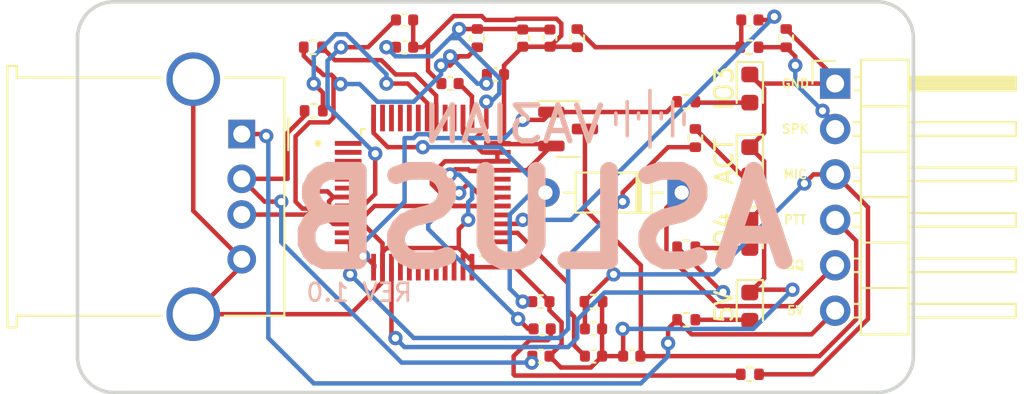
<source format=kicad_pcb>
(kicad_pcb (version 20211014) (generator pcbnew)
  (layers (0 "F.Cu" signal) (31 "B.Cu" signal) (34 "B.Paste" user) (35 "F.Paste" user) (36 "B.SilkS" user "B.Silkscreen") (37 "F.SilkS" user "F.Silkscreen") (38 "B.Mask" user) (39 "F.Mask" user) (44 "Edge.Cuts" user))
  (net 0 "")
  (net 1 "Net-(C1-Pad1)")
  (net 2 "GND")
  (net 3 "Net-(C2-Pad1)")
  (net 4 "DREG33")
  (net 5 "Net-(C6-Pad1)")
  (net 6 "VOLDN")
  (net 7 "Net-(C7-Pad1)")
  (net 8 "Net-(C6-Pad2)")
  (net 9 "Net-(C9-Pad1)")
  (net 10 "MICIN")
  (net 11 "Net-(C9-Pad2)")
  (net 12 "DREG18")
  (net 13 "MIC_PTT")
  (net 14 "SQUELCH")
  (net 15 "Net-(D2-Pad2)")
  (net 16 "Net-(D3-Pad2)")
  (net 17 "Net-(D4-Pad2)")
  (net 18 "Net-(D5-Pad2)")
  (net 19 "USB_5V")
  (net 20 "SPEAKER")
  (net 21 "Net-(Q1-Pad1)")
  (net 22 "Net-(R2-Pad2)")
  (net 23 "Net-(R3-Pad2)")
  (net 24 "Net-(R4-Pad1)")
  (net 25 "DREG36")
  (net 46 "Net-(R8-Pad1)")
  (footprint "Resistor_SMD:R_0402_1005Metric" (layer "F.Cu") (at 154.94 82.296 90)
    (fp_text reference "R4" hide)
    (fp_text value "390" hide)
  )
  (footprint "SnapEDA Library:QFP50P900X900X160-48N" (layer "F.Cu") (at 139.7 85.344)
    (fp_text reference "U1" hide)
    (fp_text value "CM119B")
  )
  (footprint "Resistor_SMD:R_0402_1005Metric" (layer "F.Cu") (at 154.43 92.456)
    (fp_text reference "R9" hide)
    (fp_text value "390" hide)
  )
  (footprint "Capacitor_SMD:C_0402_1005Metric" (layer "F.Cu") (at 133.604 85.758 90)
    (fp_text reference "C1" hide)
    (fp_text value "100pF" hide)
  )
  (footprint "LED_SMD:LED_0603_1608Metric" (layer "F.Cu") (at 157.986 83.5915 -90)
    (fp_text reference "D2" hide)
    (fp_text value "ACT")
  )
  (footprint "Resistor_SMD:R_0402_1005Metric" (layer "F.Cu") (at 157.96419 77.216)
    (fp_text reference "R11" hide)
    (fp_text value "10k" hide)
  )
  (footprint "Capacitor_SMD:C_0402_1005Metric" (layer "F.Cu") (at 149.24581 94.488)
    (fp_text reference "C7" hide)
    (fp_text value "4.7uF" hide)
  )
  (footprint "Resistor_SMD:R_0402_1005Metric" (layer "F.Cu") (at 149.24581 91.44)
    (fp_text reference "R6" hide)
    (fp_text value "1.5k" hide)
  )
  (footprint "Capacitor_SMD:C_0402_1005Metric" (layer "F.Cu") (at 151.384 94.488 180)
    (fp_text reference "C10" hide)
    (fp_text value "1000pF" hide)
  )
  (footprint "Capacitor_SMD:C_0402_1005Metric" (layer "F.Cu") (at 146.812 76.708 90)
    (fp_text reference "C4" hide)
    (fp_text value "4.78uF" hide)
  )
  (footprint "Capacitor_SMD:C_0402_1005Metric" (layer "F.Cu") (at 146.304 94.488)
    (fp_text reference "C2" hide)
    (fp_text value "100pF" hide)
  )
  (footprint "Connector_USB:USB_A_Molex_67643_Horizontal" (layer "F.Cu") (at 129.578208 82.072 -90)
    (fp_text reference "J1" hide)
    (fp_text value "USB_A" hide)
  )
  (footprint "Capacitor_SMD:C_0402_1005Metric" (layer "F.Cu") (at 146.37581 92.964)
    (fp_text reference "C6" hide)
    (fp_text value "10uF" hide)
  )
  (footprint "Capacitor_SMD:C_0402_1005Metric" (layer "F.Cu") (at 157.988 75.692)
    (fp_text reference "C9" hide)
    (fp_text value "10uF" hide)
  )
  (footprint "Capacitor_SMD:C_0402_1005Metric" (layer "F.Cu") (at 149.24581 92.964)
    (fp_text reference "C8" hide)
    (fp_text value "1000pF" hide)
  )
  (footprint "Package_TO_SOT_SMD:SOT-23" (layer "F.Cu") (at 147.828 81.788)
    (fp_text reference "Q1" hide)
    (fp_text value "2N7002" hide)
  )
  (footprint "Capacitor_SMD:C_0402_1005Metric" (layer "F.Cu") (at 143.764 78.74)
    (fp_text reference "C1" hide)
    (fp_text value "4.7uF" hide)
  )
  (footprint "Capacitor_SMD:C_0402_1005Metric" (layer "F.Cu") (at 141.224 79.248 180)
    (fp_text reference "C13" hide)
    (fp_text value "4.7uF" hide)
  )
  (footprint "LED_SMD:LED_0603_1608Metric" (layer "F.Cu") (at 157.986 91.7195 -90)
    (fp_text reference "D5" hide)
    (fp_text value "5V")
  )
  (footprint "Resistor_SMD:R_0402_1005Metric" (layer "F.Cu") (at 160.02 76.708 90)
    (fp_text reference "R12" hide)
    (fp_text value "1000pF" hide)
  )
  (footprint "Connector_PinHeader_2.54mm:PinHeader_1x06_P2.54mm_Horizontal" (layer "F.Cu") (at 162.757 79.248)
    (fp_text reference "J2" hide)
    (fp_text value "Conn_01x06_Male" hide)
  )
  (footprint "Resistor_SMD:R_0402_1005Metric" (layer "F.Cu") (at 154.43 80.264)
    (fp_text reference "R7" hide)
    (fp_text value "390" hide)
  )
  (footprint "Resistor_SMD:R_0402_1005Metric" (layer "F.Cu") (at 148.336 76.71 -90)
    (fp_text reference "R10" hide)
    (fp_text value "OPEN" hide)
  )
  (footprint "Capacitor_SMD:C_0402_1005Metric" (layer "F.Cu") (at 145.288 76.708 90)
    (fp_text reference "C3" hide)
    (fp_text value "0.1uF" hide)
  )
  (footprint "Capacitor_SMD:C_0402_1005Metric" (layer "F.Cu") (at 138.684 77.216)
    (fp_text reference "C12" hide)
    (fp_text value "4.7uF" hide)
  )
  (footprint "Resistor_SMD:R_0402_1005Metric" (layer "F.Cu") (at 157.988 95.504)
    (fp_text reference "R5" hide)
    (fp_text value "10k" hide)
  )
  (footprint "Capacitor_SMD:C_0402_1005Metric" (layer "F.Cu") (at 146.304 91.44)
    (fp_text reference "C5" hide)
    (fp_text value "100nF" hide)
  )
  (footprint "LED_SMD:LED_0603_1608Metric" (layer "F.Cu") (at 157.986 87.6555 -90)
    (fp_text reference "D4" hide)
    (fp_text value "IO4")
  )
  (footprint "Capacitor_SMD:C_0402_1005Metric" (layer "F.Cu") (at 138.684 75.692)
    (fp_text reference "C11" hide)
    (fp_text value "4.7uF" hide)
  )
  (footprint "Resistor_SMD:R_0402_1005Metric" (layer "F.Cu") (at 154.43 88.392)
    (fp_text reference "R8" hide)
    (fp_text value "390" hide)
  )
  (footprint "Diode_THT:D_DO-35_SOD27_P7.62mm_Horizontal" (layer "F.Cu") (at 154.178 85.344 180)
    (fp_text reference "D1" hide)
    (fp_text value "1N4148" hide)
  )
  (footprint "Resistor_SMD:R_0402_1005Metric" (layer "F.Cu") (at 133.55638 77.216)
    (fp_text reference "R2" hide)
    (fp_text value "22" hide)
  )
  (footprint "Resistor_SMD:R_0402_1005Metric" (layer "F.Cu") (at 142.748 76.708 90)
    (fp_text reference "R1" hide)
    (fp_text value "1.5k" hide)
  )
  (footprint "Resistor_SMD:R_0402_1005Metric" (layer "F.Cu") (at 133.604 80.772)
    (fp_text reference "R3" hide)
    (fp_text value "22" hide)
  )
  (footprint "LED_SMD:LED_0603_1608Metric" (layer "F.Cu") (at 157.986 79.5275 -90)
    (fp_text reference "D3" hide)
    (fp_text value "IO3")
  )
  (gr_line (start 153.67 82.169) (end 153.67 80.264) (layer "B.SilkS") (width 0.2))
  (gr_line (start 154.305 81.534) (end 154.305 80.899) (layer "B.SilkS") (width 0.2))
  (gr_line (start 153.035 81.2165) (end 153.035 80.899) (layer "B.SilkS") (width 0.2))
  (gr_line (start 151.765 81.2165) (end 151.765 80.899) (layer "B.SilkS") (width 0.2))
  (gr_line (start 152.4 82.804) (end 152.4 79.629) (layer "B.SilkS") (width 0.2))
  (gr_line (start 151.13 82.169) (end 151.13 80.264) (layer "B.SilkS") (width 0.2))
  (gr_line (start 150.495 81.534) (end 150.495 80.899) (layer "B.SilkS") (width 0.2))
  (gr_line (start 122.428 74.676) (end 165.1 74.676) (layer "Edge.Cuts") (width 0.2))
  (gr_arc (start 167.132 94.488) (mid 166.536841 95.924841) (end 165.1 96.52) (layer "Edge.Cuts") (width 0.2))
  (gr_line (start 120.396 94.488) (end 120.396 76.708) (layer "Edge.Cuts") (width 0.2))
  (gr_line (start 122.428 96.52) (end 165.1 96.52) (layer "Edge.Cuts") (width 0.2))
  (gr_line (start 120.396 78.74) (end 120.396 78.74) (layer "Edge.Cuts") (width 0.2))
  (gr_arc (start 122.428 96.52) (mid 120.991159 95.924841) (end 120.396 94.488) (layer "Edge.Cuts") (width 0.2))
  (gr_arc (start 120.396 76.708) (mid 120.991159 75.271159) (end 122.428 74.676) (layer "Edge.Cuts") (width 0.2))
  (gr_arc (start 165.1 74.676) (mid 166.536841 75.271159) (end 167.132 76.708) (layer "Edge.Cuts") (width 0.2))
  (gr_line (start 167.132 76.708) (end 167.132 94.488) (layer "Edge.Cuts") (width 0.2))
  (gr_text "REV 1.0" (at 136.144 90.932) (layer "B.SilkS") (effects (font (size 1 1)) (justify mirror)))
  (gr_text "ASLUSB" (at 146.304 86.868) (layer "B.SilkS") (effects (font (size 5 5) (thickness 1)) (justify mirror)))
  (gr_text "VA3IAN" (at 144.78 81.534) (layer "B.SilkS") (effects (font (size 2 2) (thickness 0.3)) (justify mirror)))
  (gr_text "PTT" (at 160.528 86.868) (layer "F.SilkS") (effects (font (size 0.5 0.5) (thickness 0.1))))
  (gr_text "SQ" (at 160.528 89.408) (layer "F.SilkS") (effects (font (size 0.5 0.5) (thickness 0.1))))
  (gr_text "GND" (at 160.528 79.248) (layer "F.SilkS") (effects (font (size 0.5 0.5) (thickness 0.1))))
  (gr_text "MIC" (at 160.528 84.328) (layer "F.SilkS") (effects (font (size 0.5 0.5) (thickness 0.1))))
  (gr_text "SPK" (at 160.528 81.788) (layer "F.SilkS") (effects (font (size 0.5 0.5) (thickness 0.1))))
  (gr_text "5V" (at 160.528 91.948) (layer "F.SilkS") (effects (font (size 0.5 0.5) (thickness 0.1))))
  (segment (start 133.04638 77.69919) (end 133.87019 78.523) (width 0.25) (layer "F.Cu") (net 1))
  (segment (start 133.611609 86.238) (end 133.604 86.238) (width 0.25) (layer "F.Cu") (net 1))
  (segment (start 143.284 79.22) (end 143.256 79.248) (width 0.25) (layer "F.Cu") (net 1))
  (segment (start 135.100891 79.270511) (end 134.59519 78.76481) (width 0.25) (layer "F.Cu") (net 1))
  (segment (start 134.59519 78.76481) (end 134.709 78.87862) (width 0.25) (layer "F.Cu") (net 1))
  (segment (start 134.439538 81.417) (end 133.369604 81.417) (width 0.25) (layer "F.Cu") (net 1))
  (segment (start 141.228299 77.728299) (end 142.237701 77.728299) (width 0.25) (layer "F.Cu") (net 1))
  (segment (start 133.04638 77.216) (end 133.04638 77.69919) (width 0.25) (layer "F.Cu") (net 1))
  (segment (start 133.87019 78.523) (end 133.904305 78.523) (width 0.25) (layer "F.Cu") (net 1))
  (segment (start 132.588 85.852) (end 132.974 86.238) (width 0.25) (layer "F.Cu") (net 1))
  (segment (start 134.146115 78.76481) (end 134.59519 78.76481) (width 0.25) (layer "F.Cu") (net 1))
  (segment (start 134.709 78.87862) (end 134.709 81.147538) (width 0.25) (layer "F.Cu") (net 1))
  (segment (start 143.284 78.74) (end 143.284 79.22) (width 0.25) (layer "F.Cu") (net 1))
  (segment (start 142.242 77.724) (end 142.748 77.218) (width 0.25) (layer "F.Cu") (net 1))
  (segment (start 132.974 86.238) (end 133.604 86.238) (width 0.25) (layer "F.Cu") (net 1))
  (segment (start 133.904305 78.523) (end 134.146115 78.76481) (width 0.25) (layer "F.Cu") (net 1))
  (segment (start 140.720299 78.236299) (end 141.219701 78.236299) (width 0.25) (layer "F.Cu") (net 1))
  (segment (start 141.219701 78.236299) (end 141.732 77.724) (width 0.25) (layer "F.Cu") (net 1))
  (segment (start 142.237701 77.728299) (end 142.748 77.218) (width 0.25) (layer "F.Cu") (net 1))
  (segment (start 133.27 86.572) (end 133.604 86.238) (width 0.25) (layer "F.Cu") (net 1))
  (segment (start 135.100891 79.275109) (end 135.100891 79.270511) (width 0.25) (layer "F.Cu") (net 1))
  (segment (start 133.369604 81.417) (end 132.588 82.198604) (width 0.25) (layer "F.Cu") (net 1))
  (segment (start 129.578208 86.572) (end 133.27 86.572) (width 0.25) (layer "F.Cu") (net 1))
  (segment (start 141.732 77.724) (end 142.242 77.724) (width 0.25) (layer "F.Cu") (net 1))
  (segment (start 134.709 81.147538) (end 134.439538 81.417) (width 0.25) (layer "F.Cu") (net 1))
  (segment (start 132.588 82.198604) (end 132.588 85.852) (width 0.25) (layer "F.Cu") (net 1))
  (via (at 135.100891 79.275109) (size 0.8) (drill 0.4) (layers "F.Cu" "B.Cu") (net 1))
  (via (at 143.256 79.248) (size 0.8) (drill 0.4) (layers "F.Cu" "B.Cu") (net 1))
  (via (at 141.228299 77.728299) (size 0.8) (drill 0.4) (layers "F.Cu" "B.Cu") (net 1))
  (via (at 140.720299 78.236299) (size 0.8) (drill 0.4) (layers "F.Cu" "B.Cu") (net 1))
  (segment (start 140.720299 78.236299) (end 140.720299 78.74) (width 0.25) (layer "B.Cu") (net 1))
  (segment (start 139.196299 80.264) (end 137.16 80.264) (width 0.25) (layer "B.Cu") (net 1))
  (segment (start 140.720299 78.74) (end 139.196299 80.264) (width 0.25) (layer "B.Cu") (net 1))
  (segment (start 137.16 80.264) (end 136.171109 79.275109) (width 0.25) (layer "B.Cu") (net 1))
  (segment (start 142.748 79.248) (end 141.228299 77.728299) (width 0.25) (layer "B.Cu") (net 1))
  (segment (start 136.171109 79.275109) (end 135.100891 79.275109) (width 0.25) (layer "B.Cu") (net 1))
  (segment (start 143.256 79.248) (end 142.748 79.248) (width 0.25) (layer "B.Cu") (net 1))
  (segment (start 126.868208 79.002) (end 126.868208 86.362) (width 0.25) (layer "F.Cu") (net 2))
  (segment (start 147.447 75.895391) (end 147.447 76.560609) (width 0.25) (layer "F.Cu") (net 2))
  (segment (start 149.098419 95.123) (end 149.72581 94.495609) (width 0.25) (layer "F.Cu") (net 2))
  (segment (start 129.578208 89.432) (end 129.578208 89.072) (width 0.25) (layer "F.Cu") (net 2))
  (segment (start 146.784 94.488) (end 147.419 95.123) (width 0.25) (layer "F.Cu") (net 2))
  (segment (start 144.244 82.324) (end 143.974 82.594) (width 0.25) (layer "F.Cu") (net 2))
  (segment (start 146.784 91.44) (end 146.784 91.924581) (width 0.25) (layer "F.Cu") (net 2))
  (segment (start 126.868208 92.142) (end 129.578208 89.432) (width 0.25) (layer "F.Cu") (net 2))
  (segment (start 140.706695 79.248) (end 139.995299 78.536604) (width 0.25) (layer "F.Cu") (net 2))
  (segment (start 158.786 82.004) (end 158.786 79.54) (width 0.25) (layer "F.Cu") (net 2))
  (segment (start 157.986 90.932) (end 158.786 90.132) (width 0.25) (layer "F.Cu") (net 2))
  (segment (start 139.995299 76.911396) (end 141.431695 75.475) (width 0.25) (layer "F.Cu") (net 2))
  (segment (start 134.46 85.829125) (end 134.695125 85.594) (width 0.25) (layer "F.Cu") (net 2))
  (segment (start 143.212538 75.692) (end 144.856391 75.692) (width 0.25) (layer "F.Cu") (net 2))
  (segment (start 141.95 89.514) (end 142.45 89.514) (width 0.25) (layer "F.Cu") (net 2))
  (segment (start 147.174609 75.623) (end 147.447 75.895391) (width 0.25) (layer "F.Cu") (net 2))
  (segment (start 149.72581 92.964) (end 149.72581 91.47) (width 0.25) (layer "F.Cu") (net 2))
  (segment (start 141.508 84.044) (end 142.24 84.044) (width 0.25) (layer "F.Cu") (net 2))
  (segment (start 141.431695 75.475) (end 142.995538 75.475) (width 0.25) (layer "F.Cu") (net 2))
  (segment (start 141.714875 87.393125) (end 142.24 86.868) (width 0.25) (layer "F.Cu") (net 2))
  (segment (start 150.904 94.488) (end 150.904 92.992) (width 0.25) (layer "F.Cu") (net 2))
  (segment (start 146.7865 82.634) (end 143.91 82.634) (width 0.25) (layer "F.Cu") (net 2))
  (segment (start 142.995538 75.475) (end 143.212538 75.692) (width 0.25) (layer "F.Cu") (net 2))
  (segment (start 137.45 88.179125) (end 136.364875 87.094) (width 0.25) (layer "F.Cu") (net 2))
  (segment (start 146.784 91.44) (end 146.784 91.432391) (width 0.25) (layer "F.Cu") (net 2))
  (segment (start 149.72581 91.47) (end 149.75581 91.44) (width 0.25) (layer "F.Cu") (net 2))
  (segment (start 158.786 79.54) (end 157.986 78.74) (width 0.25) (layer "F.Cu") (net 2))
  (segment (start 158.145799 90.772201) (end 157.986 90.932) (width 0.25) (layer "F.Cu") (net 2))
  (segment (start 137.685125 88.444) (end 137.45 88.679125) (width 0.25) (layer "F.Cu") (net 2))
  (segment (start 162.757 78.935) (end 160.02 76.198) (width 0.25) (layer "F.Cu") (net 2))
  (segment (start 146.784 91.924581) (end 147.46081 92.601391) (width 0.25) (layer "F.Cu") (net 2))
  (segment (start 126.868208 86.362) (end 129.578208 89.072) (width 0.25) (layer "F.Cu") (net 2))
  (segment (start 141.714875 88.444) (end 137.685125 88.444) (width 0.25) (layer "F.Cu") (net 2))
  (segment (start 160.368201 90.772201) (end 158.145799 90.772201) (width 0.25) (layer "F.Cu") (net 2))
  (segment (start 149.72581 94.495609) (end 149.72581 94.488) (width 0.25) (layer "F.Cu") (net 2))
  (segment (start 145.5345 84.094) (end 146.8905 82.738) (width 0.25) (layer "F.Cu") (net 2))
  (segment (start 144.865609 89.514) (end 142.45 89.514) (width 0.25) (layer "F.Cu") (net 2))
  (segment (start 136.364875 87.094) (end 135.53 87.094) (width 0.25) (layer "F.Cu") (net 2))
  (segment (start 162.757 79.248) (end 162.757 78.935) (width 0.25) (layer "F.Cu") (net 2))
  (segment (start 134.46 86.358875) (end 134.46 85.829125) (width 0.25) (layer "F.Cu") (net 2))
  (segment (start 147.447 76.560609) (end 146.819609 77.188) (width 0.25) (layer "F.Cu") (net 2))
  (segment (start 158.786 83.604) (end 158.786 86.068) (width 0.25) (layer "F.Cu") (net 2))
  (segment (start 144.925391 75.623) (end 147.174609 75.623) (width 0.25) (layer "F.Cu") (net 2))
  (segment (start 141.228299 84.332299) (end 141.228299 84.323701) (width 0.25) (layer "F.Cu") (net 2))
  (segment (start 140.744 79.248) (end 140.706695 79.248) (width 0.25) (layer "F.Cu") (net 2))
  (segment (start 146.784 91.432391) (end 144.865609 89.514) (width 0.25) (layer "F.Cu") (net 2))
  (segment (start 142.45 89.514) (end 142.45 89.179125) (width 0.25) (layer "F.Cu") (net 2))
  (segment (start 134.695125 87.094) (end 134.46 86.858875) (width 0.25) (layer "F.Cu") (net 2))
  (segment (start 144.244 78.74) (end 144.244 82.324) (width 0.25) (layer "F.Cu") (net 2))
  (segment (start 143.974 82.594) (end 143.87 82.594) (width 0.25) (layer "F.Cu") (net 2))
  (segment (start 134.4681 86.366975) (end 134.46 86.358875) (width 0.25) (layer "F.Cu") (net 2))
  (segment (start 137.45 89.514) (end 137.45 88.179125) (width 0.25) (layer "F.Cu") (net 2))
  (segment (start 158.786 90.132) (end 158.786 87.668) (width 0.25) (layer "F.Cu") (net 2))
  (segment (start 134.46 86.375075) (end 134.4681 86.366975) (width 0.25) (layer "F.Cu") (net 2))
  (segment (start 144.244 78.74) (end 144.244 78.232) (width 0.25) (layer "F.Cu") (net 2))
  (segment (start 143.87 84.094) (end 145.5345 84.094) (width 0.25) (layer "F.Cu") (net 2))
  (segment (start 147.46081 92.601391) (end 147.46081 93.81119) (width 0.25) (layer "F.Cu") (net 2))
  (segment (start 147.419 95.123) (end 149.098419 95.123) (width 0.25) (layer "F.Cu") (net 2))
  (segment (start 143.91 82.634) (end 143.87 82.594) (width 0.25) (layer "F.Cu") (net 2))
  (segment (start 150.904 92.992) (end 150.876 92.964) (width 0.25) (layer "F.Cu") (net 2))
  (segment (start 157.986 82.804) (end 158.786 83.604) (width 0.25) (layer "F.Cu") (net 2))
  (segment (start 158.786 87.668) (end 157.986 86.868) (width 0.25) (layer "F.Cu") (net 2))
  (segment (start 142.24 84.044) (end 142.33 84.134) (width 0.25) (layer "F.Cu") (net 2))
  (segment (start 146.819609 77.188) (end 145.288 77.188) (width 0.25) (layer "F.Cu") (net 2))
  (segment (start 139.690695 77.216) (end 139.995299 76.911396) (width 0.25) (layer "F.Cu") (net 2))
  (segment (start 142.45 89.179125) (end 141.714875 88.444) (width 0.25) (layer "F.Cu") (net 2))
  (segment (start 139.192 77.244) (end 139.164 77.216) (width 0.25) (layer "F.Cu") (net 2))
  (segment (start 162.757 79.248) (end 158.494 79.248) (width 0.25) (layer "F.Cu") (net 2))
  (segment (start 141.714875 88.444) (end 141.714875 87.393125) (width 0.25) (layer "F.Cu") (net 2))
  (segment (start 150.904 94.488) (end 149.72581 94.488) (width 0.25) (layer "F.Cu") (net 2))
  (segment (start 126.868208 92.142) (end 135.656875 92.142) (width 0.25) (layer "F.Cu") (net 2))
  (segment (start 149.72581 94.488) (end 149.72581 92.964) (width 0.25) (layer "F.Cu") (net 2))
  (segment (start 144.244 78.232) (end 145.288 77.188) (width 0.25) (layer "F.Cu") (net 2))
  (segment (start 142.33 84.134) (end 143.57 84.134) (width 0.25) (layer "F.Cu") (net 2))
  (segment (start 158.786 86.068) (end 157.986 86.868) (width 0.25) (layer "F.Cu") (net 2))
  (segment (start 135.53 87.094) (end 134.695125 87.094) (width 0.25) (layer "F.Cu") (net 2))
  (segment (start 145.288 77.188) (end 148.304 77.188) (width 0.25) (layer "F.Cu") (net 2))
  (segment (start 139.164 77.216) (end 139.690695 77.216) (width 0.25) (layer "F.Cu") (net 2))
  (segment (start 148.304 77.188) (end 148.336 77.22) (width 0.25) (layer "F.Cu") (net 2))
  (segment (start 147.46081 93.81119) (end 146.784 94.488) (width 0.25) (layer "F.Cu") (net 2))
  (segment (start 134.379125 85.278) (end 133.604 85.278) (width 0.25) (layer "F.Cu") (net 2))
  (segment (start 146.8905 82.738) (end 146.7865 82.634) (width 0.25) (layer "F.Cu") (net 2))
  (segment (start 134.695125 85.594) (end 134.379125 85.278) (width 0.25) (layer "F.Cu") (net 2))
  (segment (start 137.45 88.679125) (end 137.45 89.514) (width 0.25) (layer "F.Cu") (net 2))
  (segment (start 141.228299 84.323701) (end 141.508 84.044) (width 0.25) (layer "F.Cu") (net 2))
  (segment (start 134.695125 85.594) (end 135.53 85.594) (width 0.25) (layer "F.Cu") (net 2))
  (segment (start 144.856391 75.692) (end 144.925391 75.623) (width 0.25) (layer "F.Cu") (net 2))
  (segment (start 137.45 90.348875) (end 137.45 89.514) (width 0.25) (layer "F.Cu") (net 2))
  (segment (start 158.494 79.248) (end 157.986 78.74) (width 0.25) (layer "F.Cu") (net 2))
  (segment (start 139.995299 78.536604) (end 139.995299 76.911396) (width 0.25) (layer "F.Cu") (net 2))
  (segment (start 135.656875 92.142) (end 137.45 90.348875) (width 0.25) (layer "F.Cu") (net 2))
  (segment (start 134.46 86.858875) (end 134.46 86.375075) (width 0.25) (layer "F.Cu") (net 2))
  (segment (start 139.164 77.216) (end 139.164 75.692) (width 0.25) (layer "F.Cu") (net 2))
  (segment (start 157.986 82.804) (end 158.786 82.004) (width 0.25) (layer "F.Cu") (net 2))
  (via (at 150.876 92.964) (size 0.8) (drill 0.4) (layers "F.Cu" "B.Cu") (net 2))
  (via (at 141.228299 84.332299) (size 0.8) (drill 0.4) (layers "F.Cu" "B.Cu") (net 2))
  (via (at 142.24 86.868) (size 0.8) (drill 0.4) (layers "F.Cu" "B.Cu") (net 2))
  (via (at 160.368201 90.772201) (size 0.8) (drill 0.4) (layers "F.Cu" "B.Cu") (net 2))
  (segment (start 142.24 85.886805) (end 142.257403 85.869402) (width 0.25) (layer "B.Cu") (net 2))
  (segment (start 142.257403 85.869402) (end 142.457 85.669805) (width 0.25) (layer "B.Cu") (net 2))
  (segment (start 142.457 85.053) (end 142.24 84.836) (width 0.25) (layer "B.Cu") (net 2))
  (segment (start 142.24 84.836) (end 141.736299 84.332299) (width 0.25) (layer "B.Cu") (net 2))
  (segment (start 142.457 85.669805) (end 142.457 85.344) (width 0.25) (layer "B.Cu") (net 2))
  (segment (start 142.24 86.868) (end 142.24 85.886805) (width 0.25) (layer "B.Cu") (net 2))
  (segment (start 142.457 85.344) (end 142.457 85.053) (width 0.25) (layer "B.Cu") (net 2))
  (segment (start 158.176402 92.964) (end 160.368201 90.772201) (width 0.25) (layer "B.Cu") (net 2))
  (segment (start 141.736299 84.332299) (end 141.228299 84.332299) (width 0.25) (layer "B.Cu") (net 2))
  (segment (start 150.876 92.964) (end 158.176402 92.964) (width 0.25) (layer "B.Cu") (net 2))
  (segment (start 129.578208 84.572) (end 132.138 84.572) (width 0.25) (layer "F.Cu") (net 3))
  (segment (start 132.138 84.572) (end 132.138 82.012208) (width 0.25) (layer "F.Cu") (net 3))
  (segment (start 133.094 81.056208) (end 133.094 80.772) (width 0.25) (layer "F.Cu") (net 3))
  (segment (start 145.824 94.8205) (end 145.796 94.8485) (width 0.25) (layer "F.Cu") (net 3))
  (segment (start 145.824 94.488) (end 145.824 94.8205) (width 0.25) (layer "F.Cu") (net 3))
  (segment (start 132.138 82.012208) (end 133.094 81.056208) (width 0.25) (layer "F.Cu") (net 3))
  (segment (start 130.853708 85.8475) (end 129.578208 84.572) (width 0.25) (layer "F.Cu") (net 3))
  (segment (start 131.7885 85.8475) (end 130.853708 85.8475) (width 0.25) (layer "F.Cu") (net 3))
  (via (at 131.7885 85.8475) (size 0.8) (drill 0.4) (layers "F.Cu" "B.Cu") (net 3))
  (via (at 145.796 94.8485) (size 0.8) (drill 0.4) (layers "F.Cu" "B.Cu") (net 3))
  (segment (start 131.7885 88.118403) (end 131.7885 85.8475) (width 0.25) (layer "B.Cu") (net 3))
  (segment (start 138.518597 94.8485) (end 131.7885 88.118403) (width 0.25) (layer "B.Cu") (net 3))
  (segment (start 145.796 94.8485) (end 138.518597 94.8485) (width 0.25) (layer "B.Cu") (net 3))
  (segment (start 140.941293 83.594) (end 140.208 84.327293) (width 0.25) (layer "F.Cu") (net 4))
  (segment (start 137.001271 86.094) (end 136.501271 86.594) (width 0.25) (layer "F.Cu") (net 4))
  (segment (start 141.431195 86.094) (end 143.87 86.094) (width 0.25) (layer "F.Cu") (net 4))
  (segment (start 145.288 76.228) (end 146.812 76.228) (width 0.25) (layer "F.Cu") (net 4))
  (segment (start 142.661437 82.297438) (end 142.238562 82.297438) (width 0.25) (layer "F.Cu") (net 4))
  (segment (start 142.238562 82.297438) (end 143.035125 83.094) (width 0.25) (layer "F.Cu") (net 4))
  (segment (start 143.256 81.702875) (end 142.661437 82.297438) (width 0.25) (layer "F.Cu") (net 4))
  (segment (start 143.87 83.594) (end 140.941293 83.594) (width 0.25) (layer "F.Cu") (net 4))
  (segment (start 136.501271 86.594) (end 135.53 86.594) (width 0.25) (layer "F.Cu") (net 4))
  (segment (start 142.748 76.198) (end 145.258 76.198) (width 0.25) (layer "F.Cu") (net 4))
  (segment (start 141.95 81.174) (end 141.95 82.008875) (width 0.25) (layer "F.Cu") (net 4))
  (segment (start 143.87 83.094) (end 143.87 83.594) (width 0.25) (layer "F.Cu") (net 4))
  (segment (start 143.256 80.264) (end 143.256 81.702875) (width 0.25) (layer "F.Cu") (net 4))
  (segment (start 140.208 84.870805) (end 141.431195 86.094) (width 0.25) (layer "F.Cu") (net 4))
  (segment (start 145.258 76.198) (end 145.288 76.228) (width 0.25) (layer "F.Cu") (net 4))
  (segment (start 143.87 86.094) (end 137.001271 86.094) (width 0.25) (layer "F.Cu") (net 4))
  (segment (start 142.746 76.2) (end 142.748 76.198) (width 0.25) (layer "F.Cu") (net 4))
  (segment (start 140.208 84.327293) (end 140.208 84.870805) (width 0.25) (layer "F.Cu") (net 4))
  (segment (start 143.035125 83.094) (end 143.87 83.094) (width 0.25) (layer "F.Cu") (net 4))
  (segment (start 141.732 76.2) (end 142.746 76.2) (width 0.25) (layer "F.Cu") (net 4))
  (segment (start 138.204 77.216) (end 137.668 77.216) (width 0.25) (layer "F.Cu") (net 4))
  (segment (start 141.95 82.008875) (end 142.238562 82.297438) (width 0.25) (layer "F.Cu") (net 4))
  (via (at 137.668 77.216) (size 0.8) (drill 0.4) (layers "F.Cu" "B.Cu") (net 4))
  (via (at 143.256 80.264) (size 0.8) (drill 0.4) (layers "F.Cu" "B.Cu") (net 4))
  (via (at 141.732 76.2) (size 0.8) (drill 0.4) (layers "F.Cu" "B.Cu") (net 4))
  (segment (start 140.208 77.724) (end 141.224 76.708) (width 0.25) (layer "B.Cu") (net 4))
  (segment (start 137.668 77.216) (end 138.176 77.724) (width 0.25) (layer "B.Cu") (net 4))
  (segment (start 143.5195 80.264) (end 143.256 80.264) (width 0.25) (layer "B.Cu") (net 4))
  (segment (start 143.981 79.8025) (end 143.5195 80.264) (width 0.25) (layer "B.Cu") (net 4))
  (segment (start 138.176 77.724) (end 140.208 77.724) (width 0.25) (layer "B.Cu") (net 4))
  (segment (start 141.224 76.708) (end 141.741305 76.708) (width 0.25) (layer "B.Cu") (net 4))
  (segment (start 141.741305 76.708) (end 143.981 78.947695) (width 0.25) (layer "B.Cu") (net 4))
  (segment (start 143.981 78.947695) (end 143.981 79.8025) (width 0.25) (layer "B.Cu") (net 4))
  (segment (start 141.224 76.708) (end 141.732 76.2) (width 0.25) (layer "B.Cu") (net 4))
  (segment (start 145.590672 92.964) (end 145.033134 92.406462) (width 0.25) (layer "F.Cu") (net 5))
  (segment (start 141.732 85.3695) (end 141.732 85.344) (width 0.25) (layer "F.Cu") (net 5))
  (segment (start 143.83 85.634) (end 143.87 85.594) (width 0.25) (layer "F.Cu") (net 5))
  (segment (start 142.24 84.836) (end 143.038 85.634) (width 0.25) (layer "F.Cu") (net 5))
  (segment (start 141.732 85.344) (end 142.24 84.836) (width 0.25) (layer "F.Cu") (net 5))
  (segment (start 145.89581 92.964) (end 145.590672 92.964) (width 0.25) (layer "F.Cu") (net 5))
  (segment (start 143.038 85.634) (end 143.83 85.634) (width 0.25) (layer "F.Cu") (net 5))
  (via (at 145.033134 92.406462) (size 0.8) (drill 0.4) (layers "F.Cu" "B.Cu") (net 5))
  (via (at 141.732 85.3695) (size 0.8) (drill 0.4) (layers "F.Cu" "B.Cu") (net 5))
  (segment (start 140.002672 87.098828) (end 141.732 85.3695) (width 0.25) (layer "B.Cu") (net 5))
  (segment (start 145.033134 92.406462) (end 140.002672 87.376) (width 0.25) (layer "B.Cu") (net 5))
  (segment (start 140.002672 87.376) (end 140.002672 87.098828) (width 0.25) (layer "B.Cu") (net 5))
  (segment (start 137.745125 82.804) (end 139.7 82.804) (width 0.25) (layer "F.Cu") (net 6))
  (segment (start 136.95 81.174) (end 136.95 82.008875) (width 0.25) (layer "F.Cu") (net 6))
  (segment (start 145.824 91.44) (end 145.288 91.44) (width 0.25) (layer "F.Cu") (net 6))
  (segment (start 136.95 82.008875) (end 137.745125 82.804) (width 0.25) (layer "F.Cu") (net 6))
  (via (at 145.288 91.44) (size 0.8) (drill 0.4) (layers "F.Cu" "B.Cu") (net 6))
  (via (at 139.7 82.804) (size 0.8) (drill 0.4) (layers "F.Cu" "B.Cu") (net 6))
  (segment (start 145.288 91.44) (end 144.563 90.715) (width 0.25) (layer "B.Cu") (net 6))
  (segment (start 144.563 90.715) (end 144.563 86.567695) (width 0.25) (layer "B.Cu") (net 6))
  (segment (start 144.018 82.804) (end 146.558 85.344) (width 0.25) (layer "B.Cu") (net 6))
  (segment (start 145.786695 85.344) (end 146.558 85.344) (width 0.25) (layer "B.Cu") (net 6))
  (segment (start 139.7 82.804) (end 144.018 82.804) (width 0.25) (layer "B.Cu") (net 6))
  (segment (start 144.563 86.567695) (end 145.786695 85.344) (width 0.25) (layer "B.Cu") (net 6))
  (segment (start 147.828 91.948) (end 147.828 90.424) (width 0.25) (layer "F.Cu") (net 7))
  (segment (start 148.16081 93.883) (end 148.16081 92.28081) (width 0.25) (layer "F.Cu") (net 7))
  (segment (start 148.76581 94.488) (end 148.16081 93.883) (width 0.25) (layer "F.Cu") (net 7))
  (segment (start 144.998 87.594) (end 143.87 87.594) (width 0.25) (layer "F.Cu") (net 7))
  (segment (start 148.16081 92.28081) (end 147.828 91.948) (width 0.25) (layer "F.Cu") (net 7))
  (segment (start 147.828 90.424) (end 144.998 87.594) (width 0.25) (layer "F.Cu") (net 7))
  (segment (start 144.78 94.488) (end 145.669 93.599) (width 0.25) (layer "F.Cu") (net 8))
  (segment (start 145.669 93.599) (end 146.685 93.599) (width 0.25) (layer "F.Cu") (net 8))
  (segment (start 157.409 95.573) (end 144.849 95.573) (width 0.25) (layer "F.Cu") (net 8))
  (segment (start 146.685 93.599) (end 146.85581 93.42819) (width 0.25) (layer "F.Cu") (net 8))
  (segment (start 146.85581 93.42819) (end 146.85581 92.964) (width 0.25) (layer "F.Cu") (net 8))
  (segment (start 144.849 95.573) (end 144.78 95.504) (width 0.25) (layer "F.Cu") (net 8))
  (segment (start 144.78 95.504) (end 144.78 94.488) (width 0.25) (layer "F.Cu") (net 8))
  (segment (start 157.478 95.504) (end 157.409 95.573) (width 0.25) (layer "F.Cu") (net 8))
  (segment (start 157.508 75.692) (end 157.508 77.16219) (width 0.25) (layer "F.Cu") (net 9))
  (segment (start 157.508 77.16219) (end 157.45419 77.216) (width 0.25) (layer "F.Cu") (net 9))
  (segment (start 148.336 76.2) (end 149.352 77.216) (width 0.25) (layer "F.Cu") (net 9))
  (segment (start 149.352 77.216) (end 157.45419 77.216) (width 0.25) (layer "F.Cu") (net 9))
  (segment (start 158.498 95.504) (end 161.499097 95.504) (width 0.25) (layer "F.Cu") (net 10))
  (segment (start 150.368 89.916) (end 150.25981 89.916) (width 0.25) (layer "F.Cu") (net 10))
  (segment (start 148.76581 91.47) (end 148.73581 91.44) (width 0.25) (layer "F.Cu") (net 10))
  (segment (start 161.544 84.328) (end 161.036 84.836) (width 0.25) (layer "F.Cu") (net 10))
  (segment (start 161.499097 95.504) (end 164.592 92.411097) (width 0.25) (layer "F.Cu") (net 10))
  (segment (start 162.757 84.328) (end 161.544 84.328) (width 0.25) (layer "F.Cu") (net 10))
  (segment (start 150.25981 89.916) (end 148.73581 91.44) (width 0.25) (layer "F.Cu") (net 10))
  (segment (start 148.76581 92.964) (end 148.76581 91.47) (width 0.25) (layer "F.Cu") (net 10))
  (segment (start 164.592 86.163) (end 162.757 84.328) (width 0.25) (layer "F.Cu") (net 10))
  (segment (start 164.592 92.411097) (end 164.592 86.163) (width 0.25) (layer "F.Cu") (net 10))
  (via (at 150.368 89.916) (size 0.8) (drill 0.4) (layers "F.Cu" "B.Cu") (net 10))
  (via (at 161.036 84.836) (size 0.8) (drill 0.4) (layers "F.Cu" "B.Cu") (net 10))
  (segment (start 161.036 84.836) (end 155.956 89.916) (width 0.25) (layer "B.Cu") (net 10))
  (segment (start 155.956 89.916) (end 150.368 89.916) (width 0.25) (layer "B.Cu") (net 10))
  (segment (start 159.169735 75.692) (end 159.352704 75.509031) (width 0.25) (layer "F.Cu") (net 11))
  (segment (start 158.468 75.692) (end 159.169735 75.692) (width 0.25) (layer "F.Cu") (net 11))
  (segment (start 145.288 86.868) (end 145.062 87.094) (width 0.25) (layer "F.Cu") (net 11))
  (segment (start 145.062 87.094) (end 143.87 87.094) (width 0.25) (layer "F.Cu") (net 11))
  (via (at 159.352704 75.509031) (size 0.8) (drill 0.4) (layers "F.Cu" "B.Cu") (net 11))
  (via (at 145.288 86.868) (size 0.8) (drill 0.4) (layers "F.Cu" "B.Cu") (net 11))
  (segment (start 159.352704 75.509031) (end 147.993735 86.868) (width 0.25) (layer "B.Cu") (net 11))
  (segment (start 147.993735 86.868) (end 145.288 86.868) (width 0.25) (layer "B.Cu") (net 11))
  (segment (start 136.642695 77.216) (end 135.128 77.216) (width 0.25) (layer "F.Cu") (net 12))
  (segment (start 138.204 75.692) (end 138.166695 75.692) (width 0.25) (layer "F.Cu") (net 12))
  (segment (start 137.041292 83.168828) (end 137.041292 85.417583) (width 0.25) (layer "F.Cu") (net 12))
  (segment (start 138.166695 75.692) (end 136.642695 77.216) (width 0.25) (layer "F.Cu") (net 12))
  (segment (start 136.364875 86.094) (end 135.53 86.094) (width 0.25) (layer "F.Cu") (net 12))
  (segment (start 137.041292 85.417583) (end 136.364875 86.094) (width 0.25) (layer "F.Cu") (net 12))
  (via (at 137.041292 83.168828) (size 0.8) (drill 0.4) (layers "F.Cu" "B.Cu") (net 12))
  (via (at 135.128 77.216) (size 0.8) (drill 0.4) (layers "F.Cu" "B.Cu") (net 12))
  (segment (start 134.375891 77.968109) (end 134.375891 80.503427) (width 0.25) (layer "B.Cu") (net 12))
  (segment (start 135.128 77.216) (end 134.375891 77.968109) (width 0.25) (layer "B.Cu") (net 12))
  (segment (start 134.375891 80.503427) (end 137.041292 83.168828) (width 0.25) (layer "B.Cu") (net 12))
  (segment (start 161.878701 94.488) (end 163.932 92.434701) (width 0.25) (layer "F.Cu") (net 13))
  (segment (start 163.932 88.043) (end 162.757 86.868) (width 0.25) (layer "F.Cu") (net 13))
  (segment (start 151.864 94.488) (end 161.878701 94.488) (width 0.25) (layer "F.Cu") (net 13))
  (segment (start 163.932 92.434701) (end 163.932 88.043) (width 0.25) (layer "F.Cu") (net 13))
  (segment (start 148.7655 86.2815) (end 151.892 89.408) (width 0.25) (layer "F.Cu") (net 13))
  (segment (start 151.892 94.46) (end 151.864 94.488) (width 0.25) (layer "F.Cu") (net 13))
  (segment (start 148.7655 81.788) (end 148.7655 86.2815) (width 0.25) (layer "F.Cu") (net 13))
  (segment (start 151.892 89.408) (end 151.892 94.46) (width 0.25) (layer "F.Cu") (net 13))
  (segment (start 162.757 89.408) (end 160.4705 91.6945) (width 0.25) (layer "F.Cu") (net 14))
  (segment (start 153.325 86.197) (end 154.178 85.344) (width 0.25) (layer "F.Cu") (net 14))
  (segment (start 153.325 88.767538) (end 153.325 86.197) (width 0.25) (layer "F.Cu") (net 14))
  (segment (start 160.4705 91.6945) (end 156.251962 91.6945) (width 0.25) (layer "F.Cu") (net 14))
  (segment (start 156.251962 91.6945) (end 153.325 88.767538) (width 0.25) (layer "F.Cu") (net 14))
  (segment (start 157.986 84.379) (end 157.533 84.379) (width 0.25) (layer "F.Cu") (net 15))
  (segment (start 157.533 84.379) (end 154.94 81.786) (width 0.25) (layer "F.Cu") (net 15))
  (segment (start 154.991 80.315) (end 154.94 80.264) (width 0.25) (layer "F.Cu") (net 16))
  (segment (start 157.986 80.315) (end 154.991 80.315) (width 0.25) (layer "F.Cu") (net 16))
  (segment (start 154.991 88.443) (end 154.94 88.392) (width 0.25) (layer "F.Cu") (net 17))
  (segment (start 157.986 88.443) (end 154.991 88.443) (width 0.25) (layer "F.Cu") (net 17))
  (segment (start 157.986 92.507) (end 157.935 92.456) (width 0.25) (layer "F.Cu") (net 18))
  (segment (start 157.935 92.456) (end 154.94 92.456) (width 0.25) (layer "F.Cu") (net 18))
  (segment (start 153.416 92.96) (end 153.92 92.456) (width 0.25) (layer "F.Cu") (net 19))
  (segment (start 153.416 93.7635) (end 153.416 92.96) (width 0.25) (layer "F.Cu") (net 19))
  (segment (start 154.7335 93.2695) (end 161.4355 93.2695) (width 0.25) (layer "F.Cu") (net 19))
  (segment (start 129.578208 82.072) (end 130.84 82.072) (width 0.25) (layer "F.Cu") (net 19))
  (segment (start 161.4355 93.2695) (end 162.757 91.948) (width 0.25) (layer "F.Cu") (net 19))
  (segment (start 130.84 82.072) (end 130.946805 82.178805) (width 0.25) (layer "F.Cu") (net 19))
  (segment (start 153.92 92.456) (end 154.7335 93.2695) (width 0.25) (layer "F.Cu") (net 19))
  (via (at 130.946805 82.178805) (size 0.8) (drill 0.4) (layers "F.Cu" "B.Cu") (net 19))
  (via (at 153.416 93.7635) (size 0.8) (drill 0.4) (layers "F.Cu" "B.Cu") (net 19))
  (segment (start 131.064 93.472) (end 133.604 96.012) (width 0.25) (layer "B.Cu") (net 19))
  (segment (start 130.946805 82.178805) (end 131.064 82.296) (width 0.25) (layer "B.Cu") (net 19))
  (segment (start 153.416 94.488) (end 153.416 93.7635) (width 0.25) (layer "B.Cu") (net 19))
  (segment (start 133.604 96.012) (end 151.892 96.012) (width 0.25) (layer "B.Cu") (net 19))
  (segment (start 151.892 96.012) (end 153.416 94.488) (width 0.25) (layer "B.Cu") (net 19))
  (segment (start 131.064 82.296) (end 131.064 93.472) (width 0.25) (layer "B.Cu") (net 19))
  (segment (start 158.47419 77.216) (end 160.018 77.216) (width 0.25) (layer "F.Cu") (net 20))
  (segment (start 162.757 81.788) (end 162.757 81.477) (width 0.25) (layer "F.Cu") (net 20))
  (segment (start 160.528 77.726) (end 160.02 77.218) (width 0.25) (layer "F.Cu") (net 20))
  (segment (start 160.528 78.232) (end 160.528 77.726) (width 0.25) (layer "F.Cu") (net 20))
  (segment (start 160.018 77.216) (end 160.02 77.218) (width 0.25) (layer "F.Cu") (net 20))
  (segment (start 162.757 81.477) (end 162.052 80.772) (width 0.25) (layer "F.Cu") (net 20))
  (via (at 162.052 80.772) (size 0.8) (drill 0.4) (layers "F.Cu" "B.Cu") (net 20))
  (via (at 160.528 78.232) (size 0.8) (drill 0.4) (layers "F.Cu" "B.Cu") (net 20))
  (segment (start 160.528 79.248) (end 160.528 78.232) (width 0.25) (layer "B.Cu") (net 20))
  (segment (start 162.052 80.772) (end 160.528 79.248) (width 0.25) (layer "B.Cu") (net 20))
  (segment (start 153.346 80.838) (end 153.92 80.264) (width 0.25) (layer "F.Cu") (net 21))
  (segment (start 136.482 88.9) (end 136.3605 88.9) (width 0.25) (layer "F.Cu") (net 21))
  (segment (start 136.95 89.514) (end 136.99 89.514) (width 0.25) (layer "F.Cu") (net 21))
  (segment (start 136.99 89.514) (end 136.99 89.408) (width 0.25) (layer "F.Cu") (net 21))
  (segment (start 145.288 81.28) (end 146.4485 81.28) (width 0.25) (layer "F.Cu") (net 21))
  (segment (start 146.8905 80.838) (end 153.346 80.838) (width 0.25) (layer "F.Cu") (net 21))
  (segment (start 136.99 89.408) (end 136.482 88.9) (width 0.25) (layer "F.Cu") (net 21))
  (segment (start 146.4485 81.28) (end 146.8905 80.838) (width 0.25) (layer "F.Cu") (net 21))
  (via (at 136.3605 88.9) (size 0.8) (drill 0.4) (layers "F.Cu" "B.Cu") (net 21))
  (via (at 145.288 81.28) (size 0.8) (drill 0.4) (layers "F.Cu" "B.Cu") (net 21))
  (segment (start 140.000305 82.079) (end 140.217305 82.296) (width 0.25) (layer "B.Cu") (net 21))
  (segment (start 138.684 85.851293) (end 138.684 82.296) (width 0.25) (layer "B.Cu") (net 21))
  (segment (start 138.684 82.296) (end 139.182695 82.296) (width 0.25) (layer "B.Cu") (net 21))
  (segment (start 140.217305 82.296) (end 144.272 82.296) (width 0.25) (layer "B.Cu") (net 21))
  (segment (start 139.182695 82.296) (end 139.399695 82.079) (width 0.25) (layer "B.Cu") (net 21))
  (segment (start 136.3605 88.9) (end 136.3605 88.174793) (width 0.25) (layer "B.Cu") (net 21))
  (segment (start 136.3605 88.174793) (end 138.684 85.851293) (width 0.25) (layer "B.Cu") (net 21))
  (segment (start 144.272 82.296) (end 145.288 81.28) (width 0.25) (layer "B.Cu") (net 21))
  (segment (start 139.399695 82.079) (end 140.000305 82.079) (width 0.25) (layer "B.Cu") (net 21))
  (segment (start 137.386305 77.941) (end 138.185305 78.74) (width 0.25) (layer "F.Cu") (net 22))
  (segment (start 134.79138 77.941) (end 137.386305 77.941) (width 0.25) (layer "F.Cu") (net 22))
  (segment (start 140.45 79.921609) (end 140.45 81.174) (width 0.25) (layer "F.Cu") (net 22))
  (segment (start 139.268391 78.74) (end 140.45 79.921609) (width 0.25) (layer "F.Cu") (net 22))
  (segment (start 138.185305 78.74) (end 139.268391 78.74) (width 0.25) (layer "F.Cu") (net 22))
  (segment (start 134.06638 77.216) (end 134.79138 77.941) (width 0.25) (layer "F.Cu") (net 22))
  (segment (start 137.668 79.248) (end 138.858875 79.248) (width 0.25) (layer "F.Cu") (net 23))
  (segment (start 134.114 79.758) (end 133.604 79.248) (width 0.25) (layer "F.Cu") (net 23))
  (segment (start 138.858875 79.248) (end 139.95 80.339125) (width 0.25) (layer "F.Cu") (net 23))
  (segment (start 139.95 80.339125) (end 139.95 81.174) (width 0.25) (layer "F.Cu") (net 23))
  (segment (start 134.114 80.772) (end 134.114 79.758) (width 0.25) (layer "F.Cu") (net 23))
  (via (at 137.668 79.248) (size 0.8) (drill 0.4) (layers "F.Cu" "B.Cu") (net 23))
  (via (at 133.604 79.248) (size 0.8) (drill 0.4) (layers "F.Cu" "B.Cu") (net 23))
  (segment (start 137.668 78.730695) (end 137.668 79.248) (width 0.25) (layer "B.Cu") (net 23))
  (segment (start 135.428305 76.491) (end 137.668 78.730695) (width 0.25) (layer "B.Cu") (net 23))
  (segment (start 134.827695 76.491) (end 135.428305 76.491) (width 0.25) (layer "B.Cu") (net 23))
  (segment (start 133.604 79.248) (end 133.604 77.714695) (width 0.25) (layer "B.Cu") (net 23))
  (segment (start 133.604 77.714695) (end 134.827695 76.491) (width 0.25) (layer "B.Cu") (net 23))
  (segment (start 150.876 85.344) (end 150.876 85.852) (width 0.25) (layer "F.Cu") (net 24))
  (segment (start 135.636 89.916) (end 135.636 88.2) (width 0.25) (layer "F.Cu") (net 24))
  (segment (start 154.94 82.806) (end 153.414 82.806) (width 0.25) (layer "F.Cu") (net 24))
  (segment (start 153.414 82.806) (end 150.876 85.344) (width 0.25) (layer "F.Cu") (net 24))
  (segment (start 135.636 88.2) (end 135.53 88.094) (width 0.25) (layer "F.Cu") (net 24))
  (via (at 150.876 85.852) (size 0.8) (drill 0.4) (layers "F.Cu" "B.Cu") (net 24))
  (via (at 135.636 89.916) (size 0.8) (drill 0.4) (layers "F.Cu" "B.Cu") (net 24))
  (segment (start 144.272 93.472) (end 139.192 93.472) (width 0.25) (layer "B.Cu") (net 24))
  (segment (start 147.32 93.472) (end 144.272 93.472) (width 0.25) (layer "B.Cu") (net 24))
  (segment (start 147.828 92.964) (end 147.32 93.472) (width 0.25) (layer "B.Cu") (net 24))
  (segment (start 150.876 85.852) (end 147.828 88.9) (width 0.25) (layer "B.Cu") (net 24))
  (segment (start 139.192 93.472) (end 135.636 89.916) (width 0.25) (layer "B.Cu") (net 24))
  (segment (start 147.828 88.9) (end 147.828 92.964) (width 0.25) (layer "B.Cu") (net 24))
  (segment (start 141.704 79.248) (end 141.732 79.248) (width 0.25) (layer "F.Cu") (net 25))
  (segment (start 141.732 79.248) (end 142.45 79.966) (width 0.25) (layer "F.Cu") (net 25))
  (segment (start 142.45 79.966) (end 142.45 81.174) (width 0.25) (layer "F.Cu") (net 25))
  (segment (start 138.171701 93.476299) (end 137.95 93.254598) (width 0.25) (layer "F.Cu") (net 46))
  (segment (start 156.43497 90.90697) (end 156.48903 90.90697) (width 0.25) (layer "F.Cu") (net 46))
  (segment (start 153.92 88.392) (end 156.43497 90.90697) (width 0.25) (layer "F.Cu") (net 46))
  (segment (start 137.95 93.254598) (end 137.95 89.514) (width 0.25) (layer "F.Cu") (net 46))
  (via (at 138.171701 93.476299) (size 0.8) (drill 0.4) (layers "F.Cu" "B.Cu") (net 46))
  (via (at 156.48903 90.90697) (size 0.8) (drill 0.4) (layers "F.Cu" "B.Cu") (net 46))
  (segment (start 148.336 92.456) (end 149.86 90.932) (width 0.25) (layer "B.Cu") (net 46))
  (segment (start 138.675402 93.98) (end 147.828 93.98) (width 0.25) (layer "B.Cu") (net 46))
  (segment (start 147.828 93.98) (end 148.336 93.472) (width 0.25) (layer "B.Cu") (net 46))
  (segment (start 149.86 90.932) (end 156.464 90.932) (width 0.25) (layer "B.Cu") (net 46))
  (segment (start 156.464 90.932) (end 156.48903 90.90697) (width 0.25) (layer "B.Cu") (net 46))
  (segment (start 148.336 93.472) (end 148.336 92.456) (width 0.25) (layer "B.Cu") (net 46))
  (segment (start 138.171701 93.476299) (end 138.675402 93.98) (width 0.25) (layer "B.Cu") (net 46))
)
</source>
